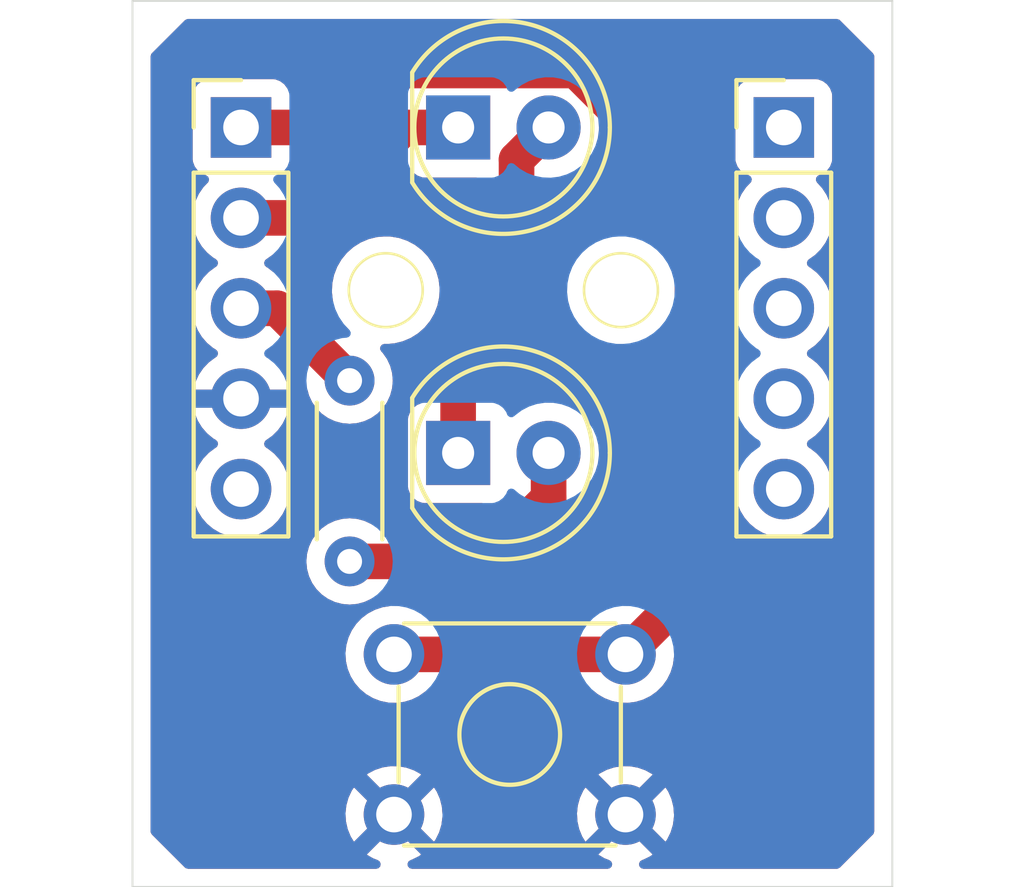
<source format=kicad_pcb>
(kicad_pcb (version 20211014) (generator pcbnew)
  (layers (0 "F.Cu" signal) (31 "B.Cu" signal) (34 "B.Paste" user) (35 "F.Paste" user) (36 "B.SilkS" user "B.Silkscreen") (37 "F.SilkS" user "F.Silkscreen") (38 "B.Mask" user) (39 "F.Mask" user) (44 "Edge.Cuts" user))
  (net 0 "")
  (net 1 "Net-(D1-Pad2)")
  (net 2 "Net-(D1-Pad1)")
  (net 3 "Net-(D2-Pad2)")
  (net 4 "Net-(J1-Pad5)")
  (net 5 "Net-(J1-Pad4)")
  (net 6 "Net-(J1-Pad1)")
  (net 7 "Net-(J2-Pad5)")
  (net 8 "Net-(J2-Pad4)")
  (net 9 "Net-(J2-Pad3)")
  (net 10 "Net-(J2-Pad2)")
  (net 11 "Net-(J2-Pad1)")
  (net 12 "Net-(J1-Pad3)")
  (footprint "LED_THT:LED_D5.0mm" (layer "F.Cu") (at 107.696 76.2)
    (fp_text reference "D1" hide)
    (fp_text value "LED_ALT")
    (fp_line (start -1.29 -1.545) (end -1.29 1.545) (layer "F.SilkS") (width 0.12))
    (fp_arc (start 4.26 -0.000462) (mid 2.072002 2.880433) (end -1.29 1.54483) (layer "F.SilkS") (width 0.12))
    (fp_arc (start -1.29 -1.54483) (mid 2.072002 -2.880433) (end 4.26 0.000462) (layer "F.SilkS") (width 0.12))
    (fp_circle (center 1.27 0) (end 3.77 0) (layer "F.SilkS") (width 0.12) (fill none))
    (pad "1" thru_hole rect locked (at 0 0) (size 1.8 1.8) (drill 0.9) (layers *.Cu *.Mask) (net 2 "Net-(D1-Pad1)"))
    (pad "2" thru_hole circle locked (at 2.54 0) (size 1.8 1.8) (drill 0.9) (layers *.Cu *.Mask) (net 1 "Net-(D1-Pad2)"))
  )
  (footprint "LED_THT:LED_D5.0mm" (layer "F.Cu") (at 107.696 85.344)
    (fp_text reference "D2" hide)
    (fp_text value "LED_ALT")
    (fp_line (start -1.29 -1.545) (end -1.29 1.545) (layer "F.SilkS") (width 0.12))
    (fp_arc (start 4.26 -0.000462) (mid 2.072002 2.880433) (end -1.29 1.54483) (layer "F.SilkS") (width 0.12))
    (fp_arc (start -1.29 -1.54483) (mid 2.072002 -2.880433) (end 4.26 0.000462) (layer "F.SilkS") (width 0.12))
    (fp_circle (center 1.27 0) (end 3.77 0) (layer "F.SilkS") (width 0.12) (fill none))
    (pad "1" thru_hole rect locked (at 0 0) (size 1.8 1.8) (drill 0.9) (layers *.Cu *.Mask) (net 1 "Net-(D1-Pad2)"))
    (pad "2" thru_hole circle locked (at 2.54 0) (size 1.8 1.8) (drill 0.9) (layers *.Cu *.Mask) (net 3 "Net-(D2-Pad2)"))
  )
  (footprint "Connector_PinHeader_2.54mm:PinHeader_1x05_P2.54mm_Vertical" (layer "F.Cu") (at 101.6 76.2)
    (fp_text reference "J1" hide)
    (fp_text value "Conn_01x05_Male")
    (fp_line (start -1.33 1.27) (end -1.33 11.49) (layer "F.SilkS") (width 0.12))
    (fp_line (start -1.33 11.49) (end 1.33 11.49) (layer "F.SilkS") (width 0.12))
    (fp_line (start 1.33 1.27) (end 1.33 11.49) (layer "F.SilkS") (width 0.12))
    (fp_line (start -1.33 1.27) (end 1.33 1.27) (layer "F.SilkS") (width 0.12))
    (fp_line (start -1.33 0) (end -1.33 -1.33) (layer "F.SilkS") (width 0.12))
    (fp_line (start -1.33 -1.33) (end 0 -1.33) (layer "F.SilkS") (width 0.12))
    (pad "1" thru_hole rect locked (at 0 0) (size 1.7 1.7) (drill 1) (layers *.Cu *.Mask) (net 6 "Net-(J1-Pad1)"))
    (pad "2" thru_hole oval locked (at 0 2.54) (size 1.7 1.7) (drill 1) (layers *.Cu *.Mask) (net 2 "Net-(D1-Pad1)"))
    (pad "3" thru_hole oval locked (at 0 5.08) (size 1.7 1.7) (drill 1) (layers *.Cu *.Mask) (net 12 "Net-(J1-Pad3)"))
    (pad "4" thru_hole oval locked (at 0 7.62) (size 1.7 1.7) (drill 1) (layers *.Cu *.Mask) (net 5 "Net-(J1-Pad4)"))
    (pad "5" thru_hole oval locked (at 0 10.16) (size 1.7 1.7) (drill 1) (layers *.Cu *.Mask) (net 4 "Net-(J1-Pad5)"))
  )
  (footprint "Resistor_THT:R_Axial_DIN0204_L3.6mm_D1.6mm_P5.08mm_Horizontal" (layer "F.Cu") (at 104.648 83.312 -90)
    (fp_text reference "R1" hide)
    (fp_text value "R_Small")
    (fp_line (start 0.62 0.92) (end 4.46 0.92) (layer "F.SilkS") (width 0.12))
    (fp_line (start 0.62 -0.92) (end 4.46 -0.92) (layer "F.SilkS") (width 0.12))
    (pad "1" thru_hole circle locked (at 0 0 270) (size 1.4 1.4) (drill 0.7) (layers *.Cu *.Mask) (net 12 "Net-(J1-Pad3)"))
    (pad "2" thru_hole oval locked (at 5.08 0 270) (size 1.4 1.4) (drill 0.7) (layers *.Cu *.Mask) (net 3 "Net-(D2-Pad2)"))
  )
  (footprint "Button_Switch_THT:SW_TH_Tactile_Omron_B3F-10xx" (layer "F.Cu") (at 112.395 95.504 180)
    (fp_text reference "SW1" hide)
    (fp_text value "SW_MEC_5G")
    (fp_line (start 6.37 0.91) (end 6.37 3.59) (layer "F.SilkS") (width 0.12))
    (fp_line (start 0.28 5.37) (end 6.22 5.37) (layer "F.SilkS") (width 0.12))
    (fp_line (start 0.28 -0.87) (end 6.22 -0.87) (layer "F.SilkS") (width 0.12))
    (fp_line (start 0.13 3.59) (end 0.13 0.91) (layer "F.SilkS") (width 0.12))
    (fp_circle (center 3.25 2.25) (end 4.25 3.25) (layer "F.SilkS") (width 0.12) (fill none))
    (pad "1" thru_hole circle locked (at 0 0 180) (size 1.7 1.7) (drill 1) (layers *.Cu *.Mask) (net 5 "Net-(J1-Pad4)"))
    (pad "2" thru_hole circle locked (at 6.5 0 180) (size 1.7 1.7) (drill 1) (layers *.Cu *.Mask) (net 5 "Net-(J1-Pad4)"))
    (pad "3" thru_hole circle locked (at 0 4.5 180) (size 1.7 1.7) (drill 1) (layers *.Cu *.Mask) (net 6 "Net-(J1-Pad1)"))
    (pad "4" thru_hole circle locked (at 6.5 4.5 180) (size 1.7 1.7) (drill 1) (layers *.Cu *.Mask) (net 6 "Net-(J1-Pad1)"))
  )
  (footprint "Connector_PinHeader_2.54mm:PinHeader_1x05_P2.54mm_Vertical" (layer "F.Cu") (at 116.84 76.2)
    (fp_text reference "J2" hide)
    (fp_text value "Conn_01x05_Male")
    (fp_line (start -1.33 0) (end -1.33 -1.33) (layer "F.SilkS") (width 0.12))
    (fp_line (start 1.33 1.27) (end 1.33 11.49) (layer "F.SilkS") (width 0.12))
    (fp_line (start -1.33 11.49) (end 1.33 11.49) (layer "F.SilkS") (width 0.12))
    (fp_line (start -1.33 1.27) (end 1.33 1.27) (layer "F.SilkS") (width 0.12))
    (fp_line (start -1.33 1.27) (end -1.33 11.49) (layer "F.SilkS") (width 0.12))
    (fp_line (start -1.33 -1.33) (end 0 -1.33) (layer "F.SilkS") (width 0.12))
    (pad "1" thru_hole rect locked (at 0 0) (size 1.7 1.7) (drill 1) (layers *.Cu *.Mask) (net 11 "Net-(J2-Pad1)"))
    (pad "2" thru_hole oval locked (at 0 2.54) (size 1.7 1.7) (drill 1) (layers *.Cu *.Mask) (net 10 "Net-(J2-Pad2)"))
    (pad "3" thru_hole oval locked (at 0 5.08) (size 1.7 1.7) (drill 1) (layers *.Cu *.Mask) (net 9 "Net-(J2-Pad3)"))
    (pad "4" thru_hole oval locked (at 0 7.62) (size 1.7 1.7) (drill 1) (layers *.Cu *.Mask) (net 8 "Net-(J2-Pad4)"))
    (pad "5" thru_hole oval locked (at 0 10.16) (size 1.7 1.7) (drill 1) (layers *.Cu *.Mask) (net 7 "Net-(J2-Pad5)"))
  )
  (footprint "emitter:hole 2,1mm" (layer "F.Cu") (at 105.664 80.772)
    (fp_text reference "REF**" hide)
    (fp_text value "Viewing hole 2mm")
    (fp_circle (center 0 0) (end 1 0) (layer "F.SilkS") (width 0.15) (fill none))
    (pad "" np_thru_hole circle locked (at 0 0) (size 2 2) (drill 2) (layers *.Cu *.Mask))
  )
  (footprint "emitter:hole 2,1mm" (layer "F.Cu") (at 112.268 80.772)
    (fp_text reference "REF**" hide)
    (fp_text value "Viewing hole 2mm")
    (fp_circle (center 0 0) (end 1 0) (layer "F.SilkS") (width 0.15) (fill none))
    (pad "" np_thru_hole circle locked (at 0 0) (size 2 2) (drill 2) (layers *.Cu *.Mask))
  )
  (gr_line (start 119.888 97.536) (end 119.888 72.644) (layer "Edge.Cuts") (width 0.05))
  (gr_line (start 119.888 72.644) (end 98.552 72.644) (layer "Edge.Cuts") (width 0.05))
  (gr_line (start 98.552 72.644) (end 98.552 97.536) (layer "Edge.Cuts") (width 0.05))
  (gr_line (start 98.552 97.536) (end 119.888 97.536) (layer "Edge.Cuts") (width 0.05))
  (segment (start 109.336001 77.099999) (end 109.336001 81.803999) (width 1) (layer "F.Cu") (net 1))
  (segment (start 107.696 83.444) (end 107.696 85.344) (width 1) (layer "F.Cu") (net 1))
  (segment (start 109.336001 81.803999) (end 107.696 83.444) (width 1) (layer "F.Cu") (net 1))
  (segment (start 110.236 76.2) (end 109.336001 77.099999) (width 1) (layer "F.Cu") (net 1))
  (segment (start 103.632 78.74) (end 106.172 76.2) (width 1) (layer "F.Cu") (net 2))
  (segment (start 106.172 76.2) (end 107.696 76.2) (width 1) (layer "F.Cu") (net 2))
  (segment (start 101.6 78.74) (end 103.632 78.74) (width 1) (layer "F.Cu") (net 2))
  (segment (start 108.460792 88.392) (end 110.236 86.616792) (width 1) (layer "F.Cu") (net 3))
  (segment (start 110.236 86.616792) (end 110.236 85.344) (width 1) (layer "F.Cu") (net 3))
  (segment (start 104.648 88.392) (end 108.460792 88.392) (width 1) (layer "F.Cu") (net 3))
  (segment (start 105.895 91.004) (end 112.395 91.004) (width 1) (layer "F.Cu") (net 6))
  (segment (start 114.276001 89.122999) (end 112.395 91.004) (width 1) (layer "F.Cu") (net 6))
  (segment (start 105.050001 74.599999) (end 111.004001 74.599999) (width 1) (layer "F.Cu") (net 6))
  (segment (start 103.45 76.2) (end 105.050001 74.599999) (width 1) (layer "F.Cu") (net 6))
  (segment (start 101.6 76.2) (end 103.45 76.2) (width 1) (layer "F.Cu") (net 6))
  (segment (start 114.276001 77.871999) (end 114.276001 89.122999) (width 1) (layer "F.Cu") (net 6))
  (segment (start 111.004001 74.599999) (end 114.276001 77.871999) (width 1) (layer "F.Cu") (net 6))
  (segment (start 101.6 81.28) (end 102.616 81.28) (width 1) (layer "F.Cu") (net 12))
  (segment (start 102.616 81.28) (end 104.648 83.312) (width 1) (layer "F.Cu") (net 12))
  (zone (net 5) (net_name "Net-(J1-Pad4)") (layer "F.Cu") (connect_pads (clearance 0.508)) (min_thickness 0.254) (fill yes (thermal_gap 0.508) (thermal_bridge_width 0.508) (smoothing chamfer) (radius 1))
    (polygon (pts (xy 99.06 73.152) (xy 119.38 73.152) (xy 119.38 97.028) (xy 99.06 97.028)))
  )
  (zone (net 5) (net_name "Net-(J1-Pad4)") (layer "B.Cu") (connect_pads (clearance 0.508)) (min_thickness 0.254) (fill yes (thermal_gap 0.508) (thermal_bridge_width 0.508) (smoothing chamfer) (radius 1))
    (polygon (pts (xy 99.06 73.152) (xy 119.38 73.152) (xy 119.38 97.028) (xy 99.06 97.028)))
  )
)
</source>
